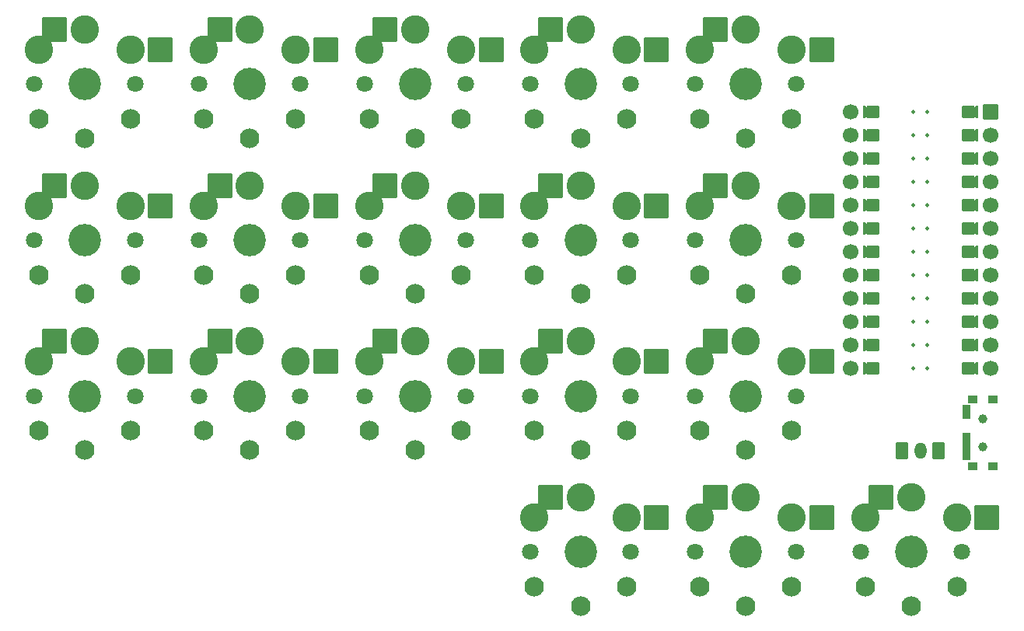
<source format=gbr>
%TF.GenerationSoftware,KiCad,Pcbnew,(6.0.7)*%
%TF.CreationDate,2022-08-24T19:26:19+02:00*%
%TF.ProjectId,leko_pona,6c656b6f-5f70-46f6-9e61-2e6b69636164,v1.0.0*%
%TF.SameCoordinates,Original*%
%TF.FileFunction,Soldermask,Bot*%
%TF.FilePolarity,Negative*%
%FSLAX46Y46*%
G04 Gerber Fmt 4.6, Leading zero omitted, Abs format (unit mm)*
G04 Created by KiCad (PCBNEW (6.0.7)) date 2022-08-24 19:26:19*
%MOMM*%
%LPD*%
G01*
G04 APERTURE LIST*
G04 Aperture macros list*
%AMRoundRect*
0 Rectangle with rounded corners*
0 $1 Rounding radius*
0 $2 $3 $4 $5 $6 $7 $8 $9 X,Y pos of 4 corners*
0 Add a 4 corners polygon primitive as box body*
4,1,4,$2,$3,$4,$5,$6,$7,$8,$9,$2,$3,0*
0 Add four circle primitives for the rounded corners*
1,1,$1+$1,$2,$3*
1,1,$1+$1,$4,$5*
1,1,$1+$1,$6,$7*
1,1,$1+$1,$8,$9*
0 Add four rect primitives between the rounded corners*
20,1,$1+$1,$2,$3,$4,$5,0*
20,1,$1+$1,$4,$5,$6,$7,0*
20,1,$1+$1,$6,$7,$8,$9,0*
20,1,$1+$1,$8,$9,$2,$3,0*%
%AMFreePoly0*
4,1,14,0.635355,0.435355,0.650000,0.400000,0.650000,0.200000,0.635355,0.164645,0.035355,-0.435355,0.000000,-0.450000,-0.035355,-0.435355,-0.635355,0.164645,-0.650000,0.200000,-0.650000,0.400000,-0.635355,0.435355,-0.600000,0.450000,0.600000,0.450000,0.635355,0.435355,0.635355,0.435355,$1*%
%AMFreePoly1*
4,1,16,0.635355,1.035355,0.650000,1.000000,0.650000,-0.250000,0.635355,-0.285355,0.600000,-0.300000,-0.600000,-0.300000,-0.635355,-0.285355,-0.650000,-0.250000,-0.650000,1.000000,-0.635355,1.035355,-0.600000,1.050000,-0.564645,1.035355,0.000000,0.470710,0.564645,1.035355,0.600000,1.050000,0.635355,1.035355,0.635355,1.035355,$1*%
G04 Aperture macros list end*
%ADD10C,0.250000*%
%ADD11C,0.100000*%
%ADD12C,3.100000*%
%ADD13C,1.801800*%
%ADD14C,3.529000*%
%ADD15RoundRect,0.050000X-1.300000X-1.300000X1.300000X-1.300000X1.300000X1.300000X-1.300000X1.300000X0*%
%ADD16C,2.132000*%
%ADD17RoundRect,0.050000X-0.500000X-0.400000X0.500000X-0.400000X0.500000X0.400000X-0.500000X0.400000X0*%
%ADD18C,1.000000*%
%ADD19RoundRect,0.050000X-0.350000X-0.750000X0.350000X-0.750000X0.350000X0.750000X-0.350000X0.750000X0*%
%ADD20FreePoly0,270.000000*%
%ADD21FreePoly0,90.000000*%
%ADD22C,1.700000*%
%ADD23RoundRect,0.050000X-0.800000X0.800000X-0.800000X-0.800000X0.800000X-0.800000X0.800000X0.800000X0*%
%ADD24FreePoly1,90.000000*%
%ADD25FreePoly1,270.000000*%
%ADD26RoundRect,0.050000X0.600000X0.850000X-0.600000X0.850000X-0.600000X-0.850000X0.600000X-0.850000X0*%
%ADD27O,1.300000X1.800000*%
G04 APERTURE END LIST*
D10*
%TO.C,MCU1*%
X90363000Y30970000D02*
G75*
G03*
X90363000Y30970000I-125000J0D01*
G01*
X91887000Y30970000D02*
G75*
G03*
X91887000Y30970000I-125000J0D01*
G01*
X90363000Y20810000D02*
G75*
G03*
X90363000Y20810000I-125000J0D01*
G01*
X91887000Y28430000D02*
G75*
G03*
X91887000Y28430000I-125000J0D01*
G01*
X91887000Y23350000D02*
G75*
G03*
X91887000Y23350000I-125000J0D01*
G01*
X90363000Y23350000D02*
G75*
G03*
X90363000Y23350000I-125000J0D01*
G01*
X90363000Y25890000D02*
G75*
G03*
X90363000Y25890000I-125000J0D01*
G01*
X90363000Y8110000D02*
G75*
G03*
X90363000Y8110000I-125000J0D01*
G01*
X91887000Y8110000D02*
G75*
G03*
X91887000Y8110000I-125000J0D01*
G01*
X91887000Y20810000D02*
G75*
G03*
X91887000Y20810000I-125000J0D01*
G01*
X90363000Y3030000D02*
G75*
G03*
X90363000Y3030000I-125000J0D01*
G01*
X91887000Y18270000D02*
G75*
G03*
X91887000Y18270000I-125000J0D01*
G01*
X90363000Y15730000D02*
G75*
G03*
X90363000Y15730000I-125000J0D01*
G01*
X90363000Y18270000D02*
G75*
G03*
X90363000Y18270000I-125000J0D01*
G01*
X91887000Y10650000D02*
G75*
G03*
X91887000Y10650000I-125000J0D01*
G01*
X91887000Y25890000D02*
G75*
G03*
X91887000Y25890000I-125000J0D01*
G01*
X90363000Y10650000D02*
G75*
G03*
X90363000Y10650000I-125000J0D01*
G01*
X90363000Y13190000D02*
G75*
G03*
X90363000Y13190000I-125000J0D01*
G01*
X91887000Y13190000D02*
G75*
G03*
X91887000Y13190000I-125000J0D01*
G01*
X91887000Y15730000D02*
G75*
G03*
X91887000Y15730000I-125000J0D01*
G01*
X90363000Y5570000D02*
G75*
G03*
X90363000Y5570000I-125000J0D01*
G01*
X90363000Y28430000D02*
G75*
G03*
X90363000Y28430000I-125000J0D01*
G01*
X91887000Y3030000D02*
G75*
G03*
X91887000Y3030000I-125000J0D01*
G01*
X91887000Y5570000D02*
G75*
G03*
X91887000Y5570000I-125000J0D01*
G01*
G36*
X85920000Y22842000D02*
G01*
X84904000Y22842000D01*
X84904000Y23858000D01*
X85920000Y23858000D01*
X85920000Y22842000D01*
G37*
D11*
X85920000Y22842000D02*
X84904000Y22842000D01*
X84904000Y23858000D01*
X85920000Y23858000D01*
X85920000Y22842000D01*
G36*
X85920000Y7602000D02*
G01*
X84904000Y7602000D01*
X84904000Y8618000D01*
X85920000Y8618000D01*
X85920000Y7602000D01*
G37*
X85920000Y7602000D02*
X84904000Y7602000D01*
X84904000Y8618000D01*
X85920000Y8618000D01*
X85920000Y7602000D01*
G36*
X97096000Y15222000D02*
G01*
X96080000Y15222000D01*
X96080000Y16238000D01*
X97096000Y16238000D01*
X97096000Y15222000D01*
G37*
X97096000Y15222000D02*
X96080000Y15222000D01*
X96080000Y16238000D01*
X97096000Y16238000D01*
X97096000Y15222000D01*
G36*
X85920000Y10142000D02*
G01*
X84904000Y10142000D01*
X84904000Y11158000D01*
X85920000Y11158000D01*
X85920000Y10142000D01*
G37*
X85920000Y10142000D02*
X84904000Y10142000D01*
X84904000Y11158000D01*
X85920000Y11158000D01*
X85920000Y10142000D01*
G36*
X85920000Y30462000D02*
G01*
X84904000Y30462000D01*
X84904000Y31478000D01*
X85920000Y31478000D01*
X85920000Y30462000D01*
G37*
X85920000Y30462000D02*
X84904000Y30462000D01*
X84904000Y31478000D01*
X85920000Y31478000D01*
X85920000Y30462000D01*
G36*
X97096000Y5062000D02*
G01*
X96080000Y5062000D01*
X96080000Y6078000D01*
X97096000Y6078000D01*
X97096000Y5062000D01*
G37*
X97096000Y5062000D02*
X96080000Y5062000D01*
X96080000Y6078000D01*
X97096000Y6078000D01*
X97096000Y5062000D01*
G36*
X85920000Y20302000D02*
G01*
X84904000Y20302000D01*
X84904000Y21318000D01*
X85920000Y21318000D01*
X85920000Y20302000D01*
G37*
X85920000Y20302000D02*
X84904000Y20302000D01*
X84904000Y21318000D01*
X85920000Y21318000D01*
X85920000Y20302000D01*
G36*
X97096000Y25382000D02*
G01*
X96080000Y25382000D01*
X96080000Y26398000D01*
X97096000Y26398000D01*
X97096000Y25382000D01*
G37*
X97096000Y25382000D02*
X96080000Y25382000D01*
X96080000Y26398000D01*
X97096000Y26398000D01*
X97096000Y25382000D01*
G36*
X97096000Y10142000D02*
G01*
X96080000Y10142000D01*
X96080000Y11158000D01*
X97096000Y11158000D01*
X97096000Y10142000D01*
G37*
X97096000Y10142000D02*
X96080000Y10142000D01*
X96080000Y11158000D01*
X97096000Y11158000D01*
X97096000Y10142000D01*
G36*
X97096000Y27922000D02*
G01*
X96080000Y27922000D01*
X96080000Y28938000D01*
X97096000Y28938000D01*
X97096000Y27922000D01*
G37*
X97096000Y27922000D02*
X96080000Y27922000D01*
X96080000Y28938000D01*
X97096000Y28938000D01*
X97096000Y27922000D01*
G36*
X97096000Y17762000D02*
G01*
X96080000Y17762000D01*
X96080000Y18778000D01*
X97096000Y18778000D01*
X97096000Y17762000D01*
G37*
X97096000Y17762000D02*
X96080000Y17762000D01*
X96080000Y18778000D01*
X97096000Y18778000D01*
X97096000Y17762000D01*
G36*
X97096000Y30462000D02*
G01*
X96080000Y30462000D01*
X96080000Y31478000D01*
X97096000Y31478000D01*
X97096000Y30462000D01*
G37*
X97096000Y30462000D02*
X96080000Y30462000D01*
X96080000Y31478000D01*
X97096000Y31478000D01*
X97096000Y30462000D01*
G36*
X97096000Y20302000D02*
G01*
X96080000Y20302000D01*
X96080000Y21318000D01*
X97096000Y21318000D01*
X97096000Y20302000D01*
G37*
X97096000Y20302000D02*
X96080000Y20302000D01*
X96080000Y21318000D01*
X97096000Y21318000D01*
X97096000Y20302000D01*
G36*
X97096000Y22842000D02*
G01*
X96080000Y22842000D01*
X96080000Y23858000D01*
X97096000Y23858000D01*
X97096000Y22842000D01*
G37*
X97096000Y22842000D02*
X96080000Y22842000D01*
X96080000Y23858000D01*
X97096000Y23858000D01*
X97096000Y22842000D01*
G36*
X85920000Y25382000D02*
G01*
X84904000Y25382000D01*
X84904000Y26398000D01*
X85920000Y26398000D01*
X85920000Y25382000D01*
G37*
X85920000Y25382000D02*
X84904000Y25382000D01*
X84904000Y26398000D01*
X85920000Y26398000D01*
X85920000Y25382000D01*
G36*
X85920000Y27922000D02*
G01*
X84904000Y27922000D01*
X84904000Y28938000D01*
X85920000Y28938000D01*
X85920000Y27922000D01*
G37*
X85920000Y27922000D02*
X84904000Y27922000D01*
X84904000Y28938000D01*
X85920000Y28938000D01*
X85920000Y27922000D01*
G36*
X85920000Y17762000D02*
G01*
X84904000Y17762000D01*
X84904000Y18778000D01*
X85920000Y18778000D01*
X85920000Y17762000D01*
G37*
X85920000Y17762000D02*
X84904000Y17762000D01*
X84904000Y18778000D01*
X85920000Y18778000D01*
X85920000Y17762000D01*
G36*
X97096000Y2522000D02*
G01*
X96080000Y2522000D01*
X96080000Y3538000D01*
X97096000Y3538000D01*
X97096000Y2522000D01*
G37*
X97096000Y2522000D02*
X96080000Y2522000D01*
X96080000Y3538000D01*
X97096000Y3538000D01*
X97096000Y2522000D01*
G36*
X85920000Y2522000D02*
G01*
X84904000Y2522000D01*
X84904000Y3538000D01*
X85920000Y3538000D01*
X85920000Y2522000D01*
G37*
X85920000Y2522000D02*
X84904000Y2522000D01*
X84904000Y3538000D01*
X85920000Y3538000D01*
X85920000Y2522000D01*
G36*
X97096000Y7602000D02*
G01*
X96080000Y7602000D01*
X96080000Y8618000D01*
X97096000Y8618000D01*
X97096000Y7602000D01*
G37*
X97096000Y7602000D02*
X96080000Y7602000D01*
X96080000Y8618000D01*
X97096000Y8618000D01*
X97096000Y7602000D01*
G36*
X85920000Y12682000D02*
G01*
X84904000Y12682000D01*
X84904000Y13698000D01*
X85920000Y13698000D01*
X85920000Y12682000D01*
G37*
X85920000Y12682000D02*
X84904000Y12682000D01*
X84904000Y13698000D01*
X85920000Y13698000D01*
X85920000Y12682000D01*
G36*
X85920000Y15222000D02*
G01*
X84904000Y15222000D01*
X84904000Y16238000D01*
X85920000Y16238000D01*
X85920000Y15222000D01*
G37*
X85920000Y15222000D02*
X84904000Y15222000D01*
X84904000Y16238000D01*
X85920000Y16238000D01*
X85920000Y15222000D01*
G36*
X85920000Y5062000D02*
G01*
X84904000Y5062000D01*
X84904000Y6078000D01*
X85920000Y6078000D01*
X85920000Y5062000D01*
G37*
X85920000Y5062000D02*
X84904000Y5062000D01*
X84904000Y6078000D01*
X85920000Y6078000D01*
X85920000Y5062000D01*
G36*
X97096000Y12682000D02*
G01*
X96080000Y12682000D01*
X96080000Y13698000D01*
X97096000Y13698000D01*
X97096000Y12682000D01*
G37*
X97096000Y12682000D02*
X96080000Y12682000D01*
X96080000Y13698000D01*
X97096000Y13698000D01*
X97096000Y12682000D01*
%TD*%
D12*
%TO.C,S31*%
X54000000Y-11050000D03*
D13*
X59500000Y-17000000D03*
D14*
X54000000Y-17000000D03*
D13*
X48500000Y-17000000D03*
D12*
X49000000Y-13250000D03*
X54000000Y-11050000D03*
X59000000Y-13250000D03*
D15*
X50725000Y-11050000D03*
X62275000Y-13250000D03*
%TD*%
D14*
%TO.C,S19*%
X54000000Y0D03*
D12*
X54000000Y5950000D03*
X54000000Y5950000D03*
D13*
X48500000Y0D03*
D12*
X49000000Y3750000D03*
X59000000Y3750000D03*
D13*
X59500000Y0D03*
D15*
X50725000Y5950000D03*
X62275000Y3750000D03*
%TD*%
D12*
%TO.C,S9*%
X18000000Y22950000D03*
X13000000Y20750000D03*
X18000000Y22950000D03*
X23000000Y20750000D03*
D14*
X18000000Y17000000D03*
D13*
X23500000Y17000000D03*
X12500000Y17000000D03*
D15*
X14725000Y22950000D03*
X26275000Y20750000D03*
%TD*%
D14*
%TO.C,S11*%
X18000000Y34000000D03*
D12*
X18000000Y39950000D03*
D13*
X12500000Y34000000D03*
D12*
X13000000Y37750000D03*
D13*
X23500000Y34000000D03*
D12*
X18000000Y39950000D03*
X23000000Y37750000D03*
D15*
X14725000Y39950000D03*
X26275000Y37750000D03*
%TD*%
D12*
%TO.C,S7*%
X18000000Y5950000D03*
X18000000Y5950000D03*
D13*
X23500000Y0D03*
D12*
X13000000Y3750000D03*
X23000000Y3750000D03*
D14*
X18000000Y0D03*
D13*
X12500000Y0D03*
D15*
X14725000Y5950000D03*
X26275000Y3750000D03*
%TD*%
D12*
%TO.C,S23*%
X49000000Y37750000D03*
X59000000Y37750000D03*
D13*
X59500000Y34000000D03*
D12*
X54000000Y39950000D03*
X54000000Y39950000D03*
D14*
X54000000Y34000000D03*
D13*
X48500000Y34000000D03*
D15*
X50725000Y39950000D03*
X62275000Y37750000D03*
%TD*%
D13*
%TO.C,S1*%
X-5500000Y0D03*
D12*
X0Y5950000D03*
X-5000000Y3750000D03*
D14*
X0Y0D03*
D13*
X5500000Y0D03*
D12*
X0Y5950000D03*
X5000000Y3750000D03*
D15*
X-3275000Y5950000D03*
X8275000Y3750000D03*
%TD*%
D14*
%TO.C,S28*%
X72000000Y17000000D03*
D13*
X77500000Y17000000D03*
X66500000Y17000000D03*
D16*
X67000000Y13200000D03*
X77000000Y13200000D03*
X72000000Y11100000D03*
X72000000Y11100000D03*
%TD*%
D13*
%TO.C,S8*%
X23500000Y0D03*
D14*
X18000000Y0D03*
D13*
X12500000Y0D03*
D16*
X13000000Y-3800000D03*
X23000000Y-3800000D03*
X18000000Y-5900000D03*
X18000000Y-5900000D03*
%TD*%
D13*
%TO.C,S20*%
X59500000Y0D03*
D14*
X54000000Y0D03*
D13*
X48500000Y0D03*
D16*
X49000000Y-3800000D03*
X59000000Y-3800000D03*
X54000000Y-5900000D03*
X54000000Y-5900000D03*
%TD*%
D17*
%TO.C,*%
X98930000Y-7650000D03*
X96720000Y-350000D03*
D18*
X97830000Y-2500000D03*
D17*
X98930000Y-350000D03*
X96720000Y-7650000D03*
D18*
X97830000Y-5500000D03*
X97830000Y-5500000D03*
X97830000Y-2500000D03*
D19*
X96070000Y-1750000D03*
X96070000Y-4750000D03*
X96070000Y-6250000D03*
%TD*%
D12*
%TO.C,S33*%
X77000000Y-13250000D03*
D13*
X66500000Y-17000000D03*
D12*
X72000000Y-11050000D03*
D14*
X72000000Y-17000000D03*
D13*
X77500000Y-17000000D03*
D12*
X72000000Y-11050000D03*
X67000000Y-13250000D03*
D15*
X68725000Y-11050000D03*
X80275000Y-13250000D03*
%TD*%
D13*
%TO.C,S22*%
X48500000Y17000000D03*
D14*
X54000000Y17000000D03*
D13*
X59500000Y17000000D03*
D16*
X59000000Y13200000D03*
X49000000Y13200000D03*
X54000000Y11100000D03*
X54000000Y11100000D03*
%TD*%
D14*
%TO.C,S6*%
X0Y34000000D03*
D13*
X5500000Y34000000D03*
X-5500000Y34000000D03*
D16*
X5000000Y30200000D03*
X-5000000Y30200000D03*
X0Y28100000D03*
X0Y28100000D03*
%TD*%
D13*
%TO.C,S27*%
X66500000Y17000000D03*
D12*
X72000000Y22950000D03*
X67000000Y20750000D03*
D13*
X77500000Y17000000D03*
D14*
X72000000Y17000000D03*
D12*
X77000000Y20750000D03*
X72000000Y22950000D03*
D15*
X68725000Y22950000D03*
X80275000Y20750000D03*
%TD*%
D14*
%TO.C,S14*%
X36000000Y0D03*
D13*
X30500000Y0D03*
X41500000Y0D03*
D16*
X41000000Y-3800000D03*
X31000000Y-3800000D03*
X36000000Y-5900000D03*
X36000000Y-5900000D03*
%TD*%
D13*
%TO.C,S34*%
X66500000Y-17000000D03*
X77500000Y-17000000D03*
D14*
X72000000Y-17000000D03*
D16*
X67000000Y-20800000D03*
X77000000Y-20800000D03*
X72000000Y-22900000D03*
X72000000Y-22900000D03*
%TD*%
D12*
%TO.C,S15*%
X41000000Y20750000D03*
D13*
X30500000Y17000000D03*
X41500000Y17000000D03*
D12*
X31000000Y20750000D03*
X36000000Y22950000D03*
X36000000Y22950000D03*
D14*
X36000000Y17000000D03*
D15*
X32725000Y22950000D03*
X44275000Y20750000D03*
%TD*%
D13*
%TO.C,S18*%
X30500000Y34000000D03*
D14*
X36000000Y34000000D03*
D13*
X41500000Y34000000D03*
D16*
X31000000Y30200000D03*
X41000000Y30200000D03*
X36000000Y28100000D03*
X36000000Y28100000D03*
%TD*%
D12*
%TO.C,S21*%
X49000000Y20750000D03*
D13*
X48500000Y17000000D03*
D12*
X54000000Y22950000D03*
X59000000Y20750000D03*
D13*
X59500000Y17000000D03*
D12*
X54000000Y22950000D03*
D14*
X54000000Y17000000D03*
D15*
X50725000Y22950000D03*
X62275000Y20750000D03*
%TD*%
D14*
%TO.C,S32*%
X54000000Y-17000000D03*
D13*
X59500000Y-17000000D03*
X48500000Y-17000000D03*
D16*
X59000000Y-20800000D03*
X49000000Y-20800000D03*
X54000000Y-22900000D03*
X54000000Y-22900000D03*
%TD*%
D13*
%TO.C,S30*%
X66500000Y34000000D03*
X77500000Y34000000D03*
D14*
X72000000Y34000000D03*
D16*
X67000000Y30200000D03*
X77000000Y30200000D03*
X72000000Y28100000D03*
X72000000Y28100000D03*
%TD*%
D14*
%TO.C,S29*%
X72000000Y34000000D03*
D12*
X67000000Y37750000D03*
D13*
X66500000Y34000000D03*
X77500000Y34000000D03*
D12*
X77000000Y37750000D03*
X72000000Y39950000D03*
X72000000Y39950000D03*
D15*
X68725000Y39950000D03*
X80275000Y37750000D03*
%TD*%
D13*
%TO.C,S25*%
X77500000Y0D03*
D12*
X72000000Y5950000D03*
X67000000Y3750000D03*
D14*
X72000000Y0D03*
D13*
X66500000Y0D03*
D12*
X72000000Y5950000D03*
X77000000Y3750000D03*
D15*
X68725000Y5950000D03*
X80275000Y3750000D03*
%TD*%
D13*
%TO.C,S36*%
X84500000Y-17000000D03*
X95500000Y-17000000D03*
D14*
X90000000Y-17000000D03*
D16*
X95000000Y-20800000D03*
X85000000Y-20800000D03*
X90000000Y-22900000D03*
X90000000Y-22900000D03*
%TD*%
D13*
%TO.C,S17*%
X30500000Y34000000D03*
D12*
X36000000Y39950000D03*
X36000000Y39950000D03*
X41000000Y37750000D03*
D13*
X41500000Y34000000D03*
D12*
X31000000Y37750000D03*
D14*
X36000000Y34000000D03*
D15*
X32725000Y39950000D03*
X44275000Y37750000D03*
%TD*%
D12*
%TO.C,S35*%
X90000000Y-11050000D03*
X85000000Y-13250000D03*
D13*
X84500000Y-17000000D03*
X95500000Y-17000000D03*
D12*
X95000000Y-13250000D03*
X90000000Y-11050000D03*
D14*
X90000000Y-17000000D03*
D15*
X86725000Y-11050000D03*
X98275000Y-13250000D03*
%TD*%
D14*
%TO.C,S12*%
X18000000Y34000000D03*
D13*
X12500000Y34000000D03*
X23500000Y34000000D03*
D16*
X13000000Y30200000D03*
X23000000Y30200000D03*
X18000000Y28100000D03*
X18000000Y28100000D03*
%TD*%
D12*
%TO.C,S13*%
X36000000Y5950000D03*
X41000000Y3750000D03*
X36000000Y5950000D03*
X31000000Y3750000D03*
D13*
X41500000Y0D03*
D14*
X36000000Y0D03*
D13*
X30500000Y0D03*
D15*
X32725000Y5950000D03*
X44275000Y3750000D03*
%TD*%
D20*
%TO.C,MCU1*%
X96842000Y23350000D03*
D21*
X85158000Y18270000D03*
D22*
X98620000Y28430000D03*
X83380000Y15730000D03*
X98620000Y23350000D03*
X98620000Y8110000D03*
D21*
X85158000Y13190000D03*
D20*
X96842000Y30970000D03*
D22*
X98620000Y13190000D03*
D20*
X96842000Y28430000D03*
D21*
X85158000Y3030000D03*
D22*
X83380000Y20810000D03*
X83380000Y23350000D03*
X83380000Y10650000D03*
X83380000Y18270000D03*
X98620000Y30970000D03*
X98620000Y3030000D03*
X98620000Y25890000D03*
X83380000Y5570000D03*
D21*
X85158000Y20810000D03*
D22*
X98620000Y20810000D03*
D20*
X96842000Y18270000D03*
D22*
X83380000Y28430000D03*
D21*
X85158000Y8110000D03*
D22*
X83380000Y30970000D03*
D21*
X85158000Y28430000D03*
D22*
X98620000Y15730000D03*
X83380000Y25890000D03*
D21*
X85158000Y25890000D03*
X85158000Y30970000D03*
X85158000Y23350000D03*
D22*
X98620000Y18270000D03*
D20*
X96842000Y5570000D03*
D22*
X98620000Y5570000D03*
D21*
X85158000Y15730000D03*
D23*
X98620000Y30970000D03*
D20*
X96842000Y8110000D03*
X96842000Y15730000D03*
X96842000Y25890000D03*
D22*
X83380000Y3030000D03*
X83380000Y8110000D03*
D20*
X96842000Y20810000D03*
D21*
X85158000Y10650000D03*
D20*
X96842000Y13190000D03*
D21*
X85158000Y5570000D03*
D22*
X98620000Y10650000D03*
X83380000Y13190000D03*
D20*
X96842000Y10650000D03*
X96842000Y3030000D03*
D24*
X86174000Y30970000D03*
X86174000Y28430000D03*
X86174000Y25890000D03*
X86174000Y23350000D03*
X86174000Y20810000D03*
X86174000Y18270000D03*
X86174000Y15730000D03*
X86174000Y13190000D03*
X86174000Y10650000D03*
X86174000Y8110000D03*
X86174000Y5570000D03*
X86174000Y3030000D03*
D25*
X95826000Y3030000D03*
X95826000Y5570000D03*
X95826000Y8110000D03*
X95826000Y10650000D03*
X95826000Y13190000D03*
X95826000Y15730000D03*
X95826000Y18270000D03*
X95826000Y20810000D03*
X95826000Y23350000D03*
X95826000Y25890000D03*
X95826000Y28430000D03*
X95826000Y30970000D03*
%TD*%
D14*
%TO.C,S24*%
X54000000Y34000000D03*
D13*
X59500000Y34000000D03*
X48500000Y34000000D03*
D16*
X49000000Y30200000D03*
X59000000Y30200000D03*
X54000000Y28100000D03*
X54000000Y28100000D03*
%TD*%
D13*
%TO.C,S16*%
X30500000Y17000000D03*
D14*
X36000000Y17000000D03*
D13*
X41500000Y17000000D03*
D16*
X41000000Y13200000D03*
X31000000Y13200000D03*
X36000000Y11100000D03*
X36000000Y11100000D03*
%TD*%
D14*
%TO.C,S10*%
X18000000Y17000000D03*
D13*
X23500000Y17000000D03*
X12500000Y17000000D03*
D16*
X23000000Y13200000D03*
X13000000Y13200000D03*
X18000000Y11100000D03*
X18000000Y11100000D03*
%TD*%
D14*
%TO.C,S3*%
X0Y17000000D03*
D12*
X0Y22950000D03*
X-5000000Y20750000D03*
X5000000Y20750000D03*
D13*
X-5500000Y17000000D03*
X5500000Y17000000D03*
D12*
X0Y22950000D03*
D15*
X-3275000Y22950000D03*
X8275000Y20750000D03*
%TD*%
D13*
%TO.C,S26*%
X77500000Y0D03*
D14*
X72000000Y0D03*
D13*
X66500000Y0D03*
D16*
X77000000Y-3800000D03*
X67000000Y-3800000D03*
X72000000Y-5900000D03*
X72000000Y-5900000D03*
%TD*%
D26*
%TO.C,JST1*%
X93000000Y-6000000D03*
D27*
X91000000Y-6000000D03*
D26*
X89000000Y-6000000D03*
%TD*%
D13*
%TO.C,S2*%
X-5500000Y0D03*
D14*
X0Y0D03*
D13*
X5500000Y0D03*
D16*
X-5000000Y-3800000D03*
X5000000Y-3800000D03*
X0Y-5900000D03*
X0Y-5900000D03*
%TD*%
D13*
%TO.C,S4*%
X-5500000Y17000000D03*
X5500000Y17000000D03*
D14*
X0Y17000000D03*
D16*
X-5000000Y13200000D03*
X5000000Y13200000D03*
X0Y11100000D03*
X0Y11100000D03*
%TD*%
D12*
%TO.C,S5*%
X-5000000Y37750000D03*
X5000000Y37750000D03*
D13*
X5500000Y34000000D03*
D12*
X0Y39950000D03*
X0Y39950000D03*
D14*
X0Y34000000D03*
D13*
X-5500000Y34000000D03*
D15*
X-3275000Y39950000D03*
X8275000Y37750000D03*
%TD*%
M02*

</source>
